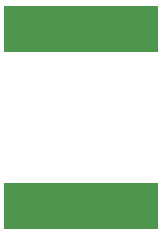
<source format=gbr>
%TF.GenerationSoftware,KiCad,Pcbnew,(5.99.0-11163-g08fb05e522)*%
%TF.CreationDate,2021-11-19T20:45:56+01:00*%
%TF.ProjectId,pumpBoard,70756d70-426f-4617-9264-2e6b69636164,rev?*%
%TF.SameCoordinates,Original*%
%TF.FileFunction,Paste,Bot*%
%TF.FilePolarity,Positive*%
%FSLAX46Y46*%
G04 Gerber Fmt 4.6, Leading zero omitted, Abs format (unit mm)*
G04 Created by KiCad (PCBNEW (5.99.0-11163-g08fb05e522)) date 2021-11-19 20:45:56*
%MOMM*%
%LPD*%
G01*
G04 APERTURE LIST*
%ADD10R,13.000000X4.000000*%
G04 APERTURE END LIST*
D10*
%TO.C,J3*%
X137160000Y-89020000D03*
X137160000Y-104020000D03*
%TD*%
M02*

</source>
